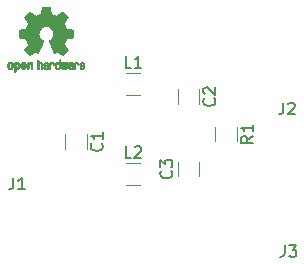
<source format=gto>
G04 #@! TF.GenerationSoftware,KiCad,Pcbnew,5.0.1*
G04 #@! TF.CreationDate,2018-12-27T15:20:24+01:00*
G04 #@! TF.ProjectId,DiscreteWilkinsonSplitter,446973637265746557696C6B696E736F,rev?*
G04 #@! TF.SameCoordinates,Original*
G04 #@! TF.FileFunction,Legend,Top*
G04 #@! TF.FilePolarity,Positive*
%FSLAX46Y46*%
G04 Gerber Fmt 4.6, Leading zero omitted, Abs format (unit mm)*
G04 Created by KiCad (PCBNEW 5.0.1) date Do 27 Dez 2018 15:20:24 CET*
%MOMM*%
%LPD*%
G01*
G04 APERTURE LIST*
%ADD10C,0.120000*%
%ADD11C,0.010000*%
%ADD12C,0.150000*%
G04 APERTURE END LIST*
D10*
G04 #@! TO.C,C1*
X128545000Y-87445436D02*
X128545000Y-88649564D01*
X126725000Y-87445436D02*
X126725000Y-88649564D01*
G04 #@! TO.C,C2*
X136250000Y-83635436D02*
X136250000Y-84839564D01*
X138070000Y-83635436D02*
X138070000Y-84839564D01*
G04 #@! TO.C,C3*
X136250000Y-90989564D02*
X136250000Y-89785436D01*
X138070000Y-90989564D02*
X138070000Y-89785436D01*
G04 #@! TO.C,L1*
X131895436Y-82275000D02*
X133099564Y-82275000D01*
X131895436Y-84095000D02*
X133099564Y-84095000D01*
G04 #@! TO.C,L2*
X131895436Y-91715000D02*
X133099564Y-91715000D01*
X131895436Y-89895000D02*
X133099564Y-89895000D01*
G04 #@! TO.C,R1*
X141245000Y-86810436D02*
X141245000Y-88014564D01*
X139425000Y-86810436D02*
X139425000Y-88014564D01*
D11*
G04 #@! TO.C,REF\002A\002A*
G36*
X125198910Y-76617348D02*
X125277454Y-76617778D01*
X125334298Y-76618942D01*
X125373105Y-76621207D01*
X125397538Y-76624940D01*
X125411262Y-76630506D01*
X125417940Y-76638273D01*
X125421236Y-76648605D01*
X125421556Y-76649943D01*
X125426562Y-76674079D01*
X125435829Y-76721701D01*
X125448392Y-76787741D01*
X125463287Y-76867128D01*
X125479551Y-76954796D01*
X125480119Y-76957875D01*
X125496410Y-77043789D01*
X125511652Y-77119696D01*
X125524861Y-77181045D01*
X125535054Y-77223282D01*
X125541248Y-77241855D01*
X125541543Y-77242184D01*
X125559788Y-77251253D01*
X125597405Y-77266367D01*
X125646271Y-77284262D01*
X125646543Y-77284358D01*
X125708093Y-77307493D01*
X125780657Y-77336965D01*
X125849057Y-77366597D01*
X125852294Y-77368062D01*
X125963702Y-77418626D01*
X126210399Y-77250160D01*
X126286077Y-77198803D01*
X126354631Y-77152889D01*
X126412088Y-77115030D01*
X126454476Y-77087837D01*
X126477825Y-77073921D01*
X126480042Y-77072889D01*
X126497010Y-77077484D01*
X126528701Y-77099655D01*
X126576352Y-77140447D01*
X126641198Y-77200905D01*
X126707397Y-77265227D01*
X126771214Y-77328612D01*
X126828329Y-77386451D01*
X126875305Y-77435175D01*
X126908703Y-77471210D01*
X126925085Y-77490984D01*
X126925694Y-77492002D01*
X126927505Y-77505572D01*
X126920683Y-77527733D01*
X126903540Y-77561478D01*
X126874393Y-77609800D01*
X126831555Y-77675692D01*
X126774448Y-77760517D01*
X126723766Y-77835177D01*
X126678461Y-77902140D01*
X126641150Y-77957516D01*
X126614452Y-77997420D01*
X126600985Y-78017962D01*
X126600137Y-78019356D01*
X126601781Y-78039038D01*
X126614245Y-78077293D01*
X126635048Y-78126889D01*
X126642462Y-78142728D01*
X126674814Y-78213290D01*
X126709328Y-78293353D01*
X126737365Y-78362629D01*
X126757568Y-78414045D01*
X126773615Y-78453119D01*
X126782888Y-78473541D01*
X126784041Y-78475114D01*
X126801096Y-78477721D01*
X126841298Y-78484863D01*
X126899302Y-78495523D01*
X126969763Y-78508685D01*
X127047335Y-78523333D01*
X127126672Y-78538449D01*
X127202431Y-78553018D01*
X127269264Y-78566022D01*
X127321828Y-78576445D01*
X127354776Y-78583270D01*
X127362857Y-78585199D01*
X127371205Y-78589962D01*
X127377506Y-78600718D01*
X127382045Y-78621098D01*
X127385104Y-78654734D01*
X127386967Y-78705255D01*
X127387918Y-78776292D01*
X127388240Y-78871476D01*
X127388257Y-78910492D01*
X127388257Y-79227799D01*
X127312057Y-79242839D01*
X127269663Y-79250995D01*
X127206400Y-79262899D01*
X127129962Y-79277116D01*
X127048043Y-79292210D01*
X127025400Y-79296355D01*
X126949806Y-79311053D01*
X126883953Y-79325505D01*
X126833366Y-79338375D01*
X126803574Y-79348322D01*
X126798612Y-79351287D01*
X126786426Y-79372283D01*
X126768953Y-79412967D01*
X126749577Y-79465322D01*
X126745734Y-79476600D01*
X126720339Y-79546523D01*
X126688817Y-79625418D01*
X126657969Y-79696266D01*
X126657817Y-79696595D01*
X126606447Y-79807733D01*
X126775399Y-80056253D01*
X126944352Y-80304772D01*
X126727429Y-80522058D01*
X126661819Y-80586726D01*
X126601979Y-80643733D01*
X126551267Y-80690033D01*
X126513046Y-80722584D01*
X126490675Y-80738343D01*
X126487466Y-80739343D01*
X126468626Y-80731469D01*
X126430180Y-80709578D01*
X126376330Y-80676267D01*
X126311276Y-80634131D01*
X126240940Y-80586943D01*
X126169555Y-80538810D01*
X126105908Y-80496928D01*
X126054041Y-80463871D01*
X126017995Y-80442218D01*
X126001867Y-80434543D01*
X125982189Y-80441037D01*
X125944875Y-80458150D01*
X125897621Y-80482326D01*
X125892612Y-80485013D01*
X125828977Y-80516927D01*
X125785341Y-80532579D01*
X125758202Y-80532745D01*
X125744057Y-80518204D01*
X125743975Y-80518000D01*
X125736905Y-80500779D01*
X125720042Y-80459899D01*
X125694695Y-80398525D01*
X125662171Y-80319819D01*
X125623778Y-80226947D01*
X125580822Y-80123072D01*
X125539222Y-80022502D01*
X125493504Y-79911516D01*
X125451526Y-79808703D01*
X125414548Y-79717215D01*
X125383827Y-79640201D01*
X125360622Y-79580815D01*
X125346190Y-79542209D01*
X125341743Y-79527800D01*
X125352896Y-79511272D01*
X125382069Y-79484930D01*
X125420971Y-79455887D01*
X125531757Y-79364039D01*
X125618351Y-79258759D01*
X125679716Y-79142266D01*
X125714815Y-79016776D01*
X125722608Y-78884507D01*
X125716943Y-78823457D01*
X125686078Y-78696795D01*
X125632920Y-78584941D01*
X125560767Y-78489001D01*
X125472917Y-78410076D01*
X125372665Y-78349270D01*
X125263310Y-78307687D01*
X125148147Y-78286428D01*
X125030475Y-78286599D01*
X124913590Y-78309301D01*
X124800789Y-78355638D01*
X124695369Y-78426713D01*
X124651368Y-78466911D01*
X124566979Y-78570129D01*
X124508222Y-78682925D01*
X124474704Y-78802010D01*
X124466035Y-78924095D01*
X124481823Y-79045893D01*
X124521678Y-79164116D01*
X124585207Y-79275475D01*
X124672021Y-79376684D01*
X124769029Y-79455887D01*
X124809437Y-79486162D01*
X124837982Y-79512219D01*
X124848257Y-79527825D01*
X124842877Y-79544843D01*
X124827575Y-79585500D01*
X124803612Y-79646642D01*
X124772244Y-79725119D01*
X124734732Y-79817780D01*
X124692333Y-79921472D01*
X124650663Y-80022526D01*
X124604690Y-80133607D01*
X124562107Y-80236541D01*
X124524221Y-80328165D01*
X124492340Y-80405316D01*
X124467771Y-80464831D01*
X124451820Y-80503544D01*
X124445910Y-80518000D01*
X124431948Y-80532685D01*
X124404940Y-80532642D01*
X124361413Y-80517099D01*
X124297890Y-80485284D01*
X124297388Y-80485013D01*
X124249560Y-80460323D01*
X124210897Y-80442338D01*
X124189095Y-80434614D01*
X124188133Y-80434543D01*
X124171721Y-80442378D01*
X124135487Y-80464165D01*
X124083474Y-80497328D01*
X124019725Y-80539291D01*
X123949060Y-80586943D01*
X123877116Y-80635191D01*
X123812274Y-80677151D01*
X123758735Y-80710227D01*
X123720697Y-80731821D01*
X123702533Y-80739343D01*
X123685808Y-80729457D01*
X123652180Y-80701826D01*
X123605010Y-80659495D01*
X123547658Y-80605505D01*
X123483484Y-80542899D01*
X123462497Y-80521983D01*
X123245499Y-80304623D01*
X123410668Y-80062220D01*
X123460864Y-79987781D01*
X123504919Y-79920972D01*
X123540362Y-79865665D01*
X123564719Y-79825729D01*
X123575522Y-79805036D01*
X123575838Y-79803563D01*
X123570143Y-79784058D01*
X123554826Y-79744822D01*
X123532537Y-79692430D01*
X123516893Y-79657355D01*
X123487641Y-79590201D01*
X123460094Y-79522358D01*
X123438737Y-79465034D01*
X123432935Y-79447572D01*
X123416452Y-79400938D01*
X123400340Y-79364905D01*
X123391490Y-79351287D01*
X123371960Y-79342952D01*
X123329334Y-79331137D01*
X123269145Y-79317181D01*
X123196922Y-79302422D01*
X123164600Y-79296355D01*
X123082522Y-79281273D01*
X123003795Y-79266669D01*
X122936109Y-79253980D01*
X122887160Y-79244642D01*
X122877943Y-79242839D01*
X122801743Y-79227799D01*
X122801743Y-78910492D01*
X122801914Y-78806154D01*
X122802616Y-78727213D01*
X122804134Y-78670038D01*
X122806749Y-78630999D01*
X122810746Y-78606465D01*
X122816409Y-78592805D01*
X122824020Y-78586389D01*
X122827143Y-78585199D01*
X122845978Y-78580980D01*
X122887588Y-78572562D01*
X122946630Y-78560961D01*
X123017757Y-78547195D01*
X123095625Y-78532280D01*
X123174887Y-78517232D01*
X123250198Y-78503069D01*
X123316213Y-78490806D01*
X123367587Y-78481461D01*
X123398975Y-78476050D01*
X123405959Y-78475114D01*
X123412285Y-78462596D01*
X123426290Y-78429246D01*
X123445355Y-78381377D01*
X123452634Y-78362629D01*
X123481996Y-78290195D01*
X123516571Y-78210170D01*
X123547537Y-78142728D01*
X123570323Y-78091159D01*
X123585482Y-78048785D01*
X123590542Y-78022834D01*
X123589736Y-78019356D01*
X123579041Y-78002936D01*
X123554620Y-77966417D01*
X123519095Y-77913687D01*
X123475087Y-77848635D01*
X123425217Y-77775151D01*
X123415356Y-77760645D01*
X123357492Y-77674704D01*
X123314956Y-77609261D01*
X123286054Y-77561304D01*
X123269090Y-77527820D01*
X123262367Y-77505795D01*
X123264190Y-77492217D01*
X123264236Y-77492131D01*
X123278586Y-77474297D01*
X123310323Y-77439817D01*
X123356010Y-77392268D01*
X123412204Y-77335222D01*
X123475468Y-77272255D01*
X123482602Y-77265227D01*
X123562330Y-77188020D01*
X123623857Y-77131330D01*
X123668421Y-77094110D01*
X123697257Y-77075315D01*
X123709958Y-77072889D01*
X123728494Y-77083471D01*
X123766961Y-77107916D01*
X123821386Y-77143612D01*
X123887798Y-77187947D01*
X123962225Y-77238311D01*
X123979601Y-77250160D01*
X124226297Y-77418626D01*
X124337706Y-77368062D01*
X124405457Y-77338595D01*
X124478183Y-77308959D01*
X124540703Y-77285330D01*
X124543457Y-77284358D01*
X124592360Y-77266457D01*
X124630057Y-77251320D01*
X124648425Y-77242210D01*
X124648456Y-77242184D01*
X124654285Y-77225717D01*
X124664192Y-77185219D01*
X124677195Y-77125242D01*
X124692309Y-77050340D01*
X124708552Y-76965064D01*
X124709881Y-76957875D01*
X124726175Y-76870014D01*
X124741133Y-76790260D01*
X124753791Y-76723681D01*
X124763186Y-76675347D01*
X124768354Y-76650325D01*
X124768444Y-76649943D01*
X124771589Y-76639299D01*
X124777704Y-76631262D01*
X124790453Y-76625467D01*
X124813500Y-76621547D01*
X124850509Y-76619135D01*
X124905144Y-76617865D01*
X124981067Y-76617371D01*
X125081944Y-76617286D01*
X125095000Y-76617286D01*
X125198910Y-76617348D01*
X125198910Y-76617348D01*
G37*
X125198910Y-76617348D02*
X125277454Y-76617778D01*
X125334298Y-76618942D01*
X125373105Y-76621207D01*
X125397538Y-76624940D01*
X125411262Y-76630506D01*
X125417940Y-76638273D01*
X125421236Y-76648605D01*
X125421556Y-76649943D01*
X125426562Y-76674079D01*
X125435829Y-76721701D01*
X125448392Y-76787741D01*
X125463287Y-76867128D01*
X125479551Y-76954796D01*
X125480119Y-76957875D01*
X125496410Y-77043789D01*
X125511652Y-77119696D01*
X125524861Y-77181045D01*
X125535054Y-77223282D01*
X125541248Y-77241855D01*
X125541543Y-77242184D01*
X125559788Y-77251253D01*
X125597405Y-77266367D01*
X125646271Y-77284262D01*
X125646543Y-77284358D01*
X125708093Y-77307493D01*
X125780657Y-77336965D01*
X125849057Y-77366597D01*
X125852294Y-77368062D01*
X125963702Y-77418626D01*
X126210399Y-77250160D01*
X126286077Y-77198803D01*
X126354631Y-77152889D01*
X126412088Y-77115030D01*
X126454476Y-77087837D01*
X126477825Y-77073921D01*
X126480042Y-77072889D01*
X126497010Y-77077484D01*
X126528701Y-77099655D01*
X126576352Y-77140447D01*
X126641198Y-77200905D01*
X126707397Y-77265227D01*
X126771214Y-77328612D01*
X126828329Y-77386451D01*
X126875305Y-77435175D01*
X126908703Y-77471210D01*
X126925085Y-77490984D01*
X126925694Y-77492002D01*
X126927505Y-77505572D01*
X126920683Y-77527733D01*
X126903540Y-77561478D01*
X126874393Y-77609800D01*
X126831555Y-77675692D01*
X126774448Y-77760517D01*
X126723766Y-77835177D01*
X126678461Y-77902140D01*
X126641150Y-77957516D01*
X126614452Y-77997420D01*
X126600985Y-78017962D01*
X126600137Y-78019356D01*
X126601781Y-78039038D01*
X126614245Y-78077293D01*
X126635048Y-78126889D01*
X126642462Y-78142728D01*
X126674814Y-78213290D01*
X126709328Y-78293353D01*
X126737365Y-78362629D01*
X126757568Y-78414045D01*
X126773615Y-78453119D01*
X126782888Y-78473541D01*
X126784041Y-78475114D01*
X126801096Y-78477721D01*
X126841298Y-78484863D01*
X126899302Y-78495523D01*
X126969763Y-78508685D01*
X127047335Y-78523333D01*
X127126672Y-78538449D01*
X127202431Y-78553018D01*
X127269264Y-78566022D01*
X127321828Y-78576445D01*
X127354776Y-78583270D01*
X127362857Y-78585199D01*
X127371205Y-78589962D01*
X127377506Y-78600718D01*
X127382045Y-78621098D01*
X127385104Y-78654734D01*
X127386967Y-78705255D01*
X127387918Y-78776292D01*
X127388240Y-78871476D01*
X127388257Y-78910492D01*
X127388257Y-79227799D01*
X127312057Y-79242839D01*
X127269663Y-79250995D01*
X127206400Y-79262899D01*
X127129962Y-79277116D01*
X127048043Y-79292210D01*
X127025400Y-79296355D01*
X126949806Y-79311053D01*
X126883953Y-79325505D01*
X126833366Y-79338375D01*
X126803574Y-79348322D01*
X126798612Y-79351287D01*
X126786426Y-79372283D01*
X126768953Y-79412967D01*
X126749577Y-79465322D01*
X126745734Y-79476600D01*
X126720339Y-79546523D01*
X126688817Y-79625418D01*
X126657969Y-79696266D01*
X126657817Y-79696595D01*
X126606447Y-79807733D01*
X126775399Y-80056253D01*
X126944352Y-80304772D01*
X126727429Y-80522058D01*
X126661819Y-80586726D01*
X126601979Y-80643733D01*
X126551267Y-80690033D01*
X126513046Y-80722584D01*
X126490675Y-80738343D01*
X126487466Y-80739343D01*
X126468626Y-80731469D01*
X126430180Y-80709578D01*
X126376330Y-80676267D01*
X126311276Y-80634131D01*
X126240940Y-80586943D01*
X126169555Y-80538810D01*
X126105908Y-80496928D01*
X126054041Y-80463871D01*
X126017995Y-80442218D01*
X126001867Y-80434543D01*
X125982189Y-80441037D01*
X125944875Y-80458150D01*
X125897621Y-80482326D01*
X125892612Y-80485013D01*
X125828977Y-80516927D01*
X125785341Y-80532579D01*
X125758202Y-80532745D01*
X125744057Y-80518204D01*
X125743975Y-80518000D01*
X125736905Y-80500779D01*
X125720042Y-80459899D01*
X125694695Y-80398525D01*
X125662171Y-80319819D01*
X125623778Y-80226947D01*
X125580822Y-80123072D01*
X125539222Y-80022502D01*
X125493504Y-79911516D01*
X125451526Y-79808703D01*
X125414548Y-79717215D01*
X125383827Y-79640201D01*
X125360622Y-79580815D01*
X125346190Y-79542209D01*
X125341743Y-79527800D01*
X125352896Y-79511272D01*
X125382069Y-79484930D01*
X125420971Y-79455887D01*
X125531757Y-79364039D01*
X125618351Y-79258759D01*
X125679716Y-79142266D01*
X125714815Y-79016776D01*
X125722608Y-78884507D01*
X125716943Y-78823457D01*
X125686078Y-78696795D01*
X125632920Y-78584941D01*
X125560767Y-78489001D01*
X125472917Y-78410076D01*
X125372665Y-78349270D01*
X125263310Y-78307687D01*
X125148147Y-78286428D01*
X125030475Y-78286599D01*
X124913590Y-78309301D01*
X124800789Y-78355638D01*
X124695369Y-78426713D01*
X124651368Y-78466911D01*
X124566979Y-78570129D01*
X124508222Y-78682925D01*
X124474704Y-78802010D01*
X124466035Y-78924095D01*
X124481823Y-79045893D01*
X124521678Y-79164116D01*
X124585207Y-79275475D01*
X124672021Y-79376684D01*
X124769029Y-79455887D01*
X124809437Y-79486162D01*
X124837982Y-79512219D01*
X124848257Y-79527825D01*
X124842877Y-79544843D01*
X124827575Y-79585500D01*
X124803612Y-79646642D01*
X124772244Y-79725119D01*
X124734732Y-79817780D01*
X124692333Y-79921472D01*
X124650663Y-80022526D01*
X124604690Y-80133607D01*
X124562107Y-80236541D01*
X124524221Y-80328165D01*
X124492340Y-80405316D01*
X124467771Y-80464831D01*
X124451820Y-80503544D01*
X124445910Y-80518000D01*
X124431948Y-80532685D01*
X124404940Y-80532642D01*
X124361413Y-80517099D01*
X124297890Y-80485284D01*
X124297388Y-80485013D01*
X124249560Y-80460323D01*
X124210897Y-80442338D01*
X124189095Y-80434614D01*
X124188133Y-80434543D01*
X124171721Y-80442378D01*
X124135487Y-80464165D01*
X124083474Y-80497328D01*
X124019725Y-80539291D01*
X123949060Y-80586943D01*
X123877116Y-80635191D01*
X123812274Y-80677151D01*
X123758735Y-80710227D01*
X123720697Y-80731821D01*
X123702533Y-80739343D01*
X123685808Y-80729457D01*
X123652180Y-80701826D01*
X123605010Y-80659495D01*
X123547658Y-80605505D01*
X123483484Y-80542899D01*
X123462497Y-80521983D01*
X123245499Y-80304623D01*
X123410668Y-80062220D01*
X123460864Y-79987781D01*
X123504919Y-79920972D01*
X123540362Y-79865665D01*
X123564719Y-79825729D01*
X123575522Y-79805036D01*
X123575838Y-79803563D01*
X123570143Y-79784058D01*
X123554826Y-79744822D01*
X123532537Y-79692430D01*
X123516893Y-79657355D01*
X123487641Y-79590201D01*
X123460094Y-79522358D01*
X123438737Y-79465034D01*
X123432935Y-79447572D01*
X123416452Y-79400938D01*
X123400340Y-79364905D01*
X123391490Y-79351287D01*
X123371960Y-79342952D01*
X123329334Y-79331137D01*
X123269145Y-79317181D01*
X123196922Y-79302422D01*
X123164600Y-79296355D01*
X123082522Y-79281273D01*
X123003795Y-79266669D01*
X122936109Y-79253980D01*
X122887160Y-79244642D01*
X122877943Y-79242839D01*
X122801743Y-79227799D01*
X122801743Y-78910492D01*
X122801914Y-78806154D01*
X122802616Y-78727213D01*
X122804134Y-78670038D01*
X122806749Y-78630999D01*
X122810746Y-78606465D01*
X122816409Y-78592805D01*
X122824020Y-78586389D01*
X122827143Y-78585199D01*
X122845978Y-78580980D01*
X122887588Y-78572562D01*
X122946630Y-78560961D01*
X123017757Y-78547195D01*
X123095625Y-78532280D01*
X123174887Y-78517232D01*
X123250198Y-78503069D01*
X123316213Y-78490806D01*
X123367587Y-78481461D01*
X123398975Y-78476050D01*
X123405959Y-78475114D01*
X123412285Y-78462596D01*
X123426290Y-78429246D01*
X123445355Y-78381377D01*
X123452634Y-78362629D01*
X123481996Y-78290195D01*
X123516571Y-78210170D01*
X123547537Y-78142728D01*
X123570323Y-78091159D01*
X123585482Y-78048785D01*
X123590542Y-78022834D01*
X123589736Y-78019356D01*
X123579041Y-78002936D01*
X123554620Y-77966417D01*
X123519095Y-77913687D01*
X123475087Y-77848635D01*
X123425217Y-77775151D01*
X123415356Y-77760645D01*
X123357492Y-77674704D01*
X123314956Y-77609261D01*
X123286054Y-77561304D01*
X123269090Y-77527820D01*
X123262367Y-77505795D01*
X123264190Y-77492217D01*
X123264236Y-77492131D01*
X123278586Y-77474297D01*
X123310323Y-77439817D01*
X123356010Y-77392268D01*
X123412204Y-77335222D01*
X123475468Y-77272255D01*
X123482602Y-77265227D01*
X123562330Y-77188020D01*
X123623857Y-77131330D01*
X123668421Y-77094110D01*
X123697257Y-77075315D01*
X123709958Y-77072889D01*
X123728494Y-77083471D01*
X123766961Y-77107916D01*
X123821386Y-77143612D01*
X123887798Y-77187947D01*
X123962225Y-77238311D01*
X123979601Y-77250160D01*
X124226297Y-77418626D01*
X124337706Y-77368062D01*
X124405457Y-77338595D01*
X124478183Y-77308959D01*
X124540703Y-77285330D01*
X124543457Y-77284358D01*
X124592360Y-77266457D01*
X124630057Y-77251320D01*
X124648425Y-77242210D01*
X124648456Y-77242184D01*
X124654285Y-77225717D01*
X124664192Y-77185219D01*
X124677195Y-77125242D01*
X124692309Y-77050340D01*
X124708552Y-76965064D01*
X124709881Y-76957875D01*
X124726175Y-76870014D01*
X124741133Y-76790260D01*
X124753791Y-76723681D01*
X124763186Y-76675347D01*
X124768354Y-76650325D01*
X124768444Y-76649943D01*
X124771589Y-76639299D01*
X124777704Y-76631262D01*
X124790453Y-76625467D01*
X124813500Y-76621547D01*
X124850509Y-76619135D01*
X124905144Y-76617865D01*
X124981067Y-76617371D01*
X125081944Y-76617286D01*
X125095000Y-76617286D01*
X125198910Y-76617348D01*
G36*
X128248595Y-81341966D02*
X128306021Y-81379497D01*
X128333719Y-81413096D01*
X128355662Y-81474064D01*
X128357405Y-81522308D01*
X128353457Y-81586816D01*
X128204686Y-81651934D01*
X128132349Y-81685202D01*
X128085084Y-81711964D01*
X128060507Y-81735144D01*
X128056237Y-81757667D01*
X128069889Y-81782455D01*
X128084943Y-81798886D01*
X128128746Y-81825235D01*
X128176389Y-81827081D01*
X128220145Y-81806546D01*
X128252289Y-81765752D01*
X128258038Y-81751347D01*
X128285576Y-81706356D01*
X128317258Y-81687182D01*
X128360714Y-81670779D01*
X128360714Y-81732966D01*
X128356872Y-81775283D01*
X128341823Y-81810969D01*
X128310280Y-81851943D01*
X128305592Y-81857267D01*
X128270506Y-81893720D01*
X128240347Y-81913283D01*
X128202615Y-81922283D01*
X128171335Y-81925230D01*
X128115385Y-81925965D01*
X128075555Y-81916660D01*
X128050708Y-81902846D01*
X128011656Y-81872467D01*
X127984625Y-81839613D01*
X127967517Y-81798294D01*
X127958238Y-81742521D01*
X127954693Y-81666305D01*
X127954410Y-81627622D01*
X127955372Y-81581247D01*
X128043007Y-81581247D01*
X128044023Y-81606126D01*
X128046556Y-81610200D01*
X128063274Y-81604665D01*
X128099249Y-81590017D01*
X128147331Y-81569190D01*
X128157386Y-81564714D01*
X128218152Y-81533814D01*
X128251632Y-81506657D01*
X128258990Y-81481220D01*
X128241391Y-81455481D01*
X128226856Y-81444109D01*
X128174410Y-81421364D01*
X128125322Y-81425122D01*
X128084227Y-81452884D01*
X128055758Y-81502152D01*
X128046631Y-81541257D01*
X128043007Y-81581247D01*
X127955372Y-81581247D01*
X127956285Y-81537249D01*
X127963196Y-81470384D01*
X127976884Y-81421695D01*
X127999096Y-81385849D01*
X128031574Y-81357513D01*
X128045733Y-81348355D01*
X128110053Y-81324507D01*
X128180473Y-81323006D01*
X128248595Y-81341966D01*
X128248595Y-81341966D01*
G37*
X128248595Y-81341966D02*
X128306021Y-81379497D01*
X128333719Y-81413096D01*
X128355662Y-81474064D01*
X128357405Y-81522308D01*
X128353457Y-81586816D01*
X128204686Y-81651934D01*
X128132349Y-81685202D01*
X128085084Y-81711964D01*
X128060507Y-81735144D01*
X128056237Y-81757667D01*
X128069889Y-81782455D01*
X128084943Y-81798886D01*
X128128746Y-81825235D01*
X128176389Y-81827081D01*
X128220145Y-81806546D01*
X128252289Y-81765752D01*
X128258038Y-81751347D01*
X128285576Y-81706356D01*
X128317258Y-81687182D01*
X128360714Y-81670779D01*
X128360714Y-81732966D01*
X128356872Y-81775283D01*
X128341823Y-81810969D01*
X128310280Y-81851943D01*
X128305592Y-81857267D01*
X128270506Y-81893720D01*
X128240347Y-81913283D01*
X128202615Y-81922283D01*
X128171335Y-81925230D01*
X128115385Y-81925965D01*
X128075555Y-81916660D01*
X128050708Y-81902846D01*
X128011656Y-81872467D01*
X127984625Y-81839613D01*
X127967517Y-81798294D01*
X127958238Y-81742521D01*
X127954693Y-81666305D01*
X127954410Y-81627622D01*
X127955372Y-81581247D01*
X128043007Y-81581247D01*
X128044023Y-81606126D01*
X128046556Y-81610200D01*
X128063274Y-81604665D01*
X128099249Y-81590017D01*
X128147331Y-81569190D01*
X128157386Y-81564714D01*
X128218152Y-81533814D01*
X128251632Y-81506657D01*
X128258990Y-81481220D01*
X128241391Y-81455481D01*
X128226856Y-81444109D01*
X128174410Y-81421364D01*
X128125322Y-81425122D01*
X128084227Y-81452884D01*
X128055758Y-81502152D01*
X128046631Y-81541257D01*
X128043007Y-81581247D01*
X127955372Y-81581247D01*
X127956285Y-81537249D01*
X127963196Y-81470384D01*
X127976884Y-81421695D01*
X127999096Y-81385849D01*
X128031574Y-81357513D01*
X128045733Y-81348355D01*
X128110053Y-81324507D01*
X128180473Y-81323006D01*
X128248595Y-81341966D01*
G36*
X127747600Y-81333752D02*
X127764948Y-81341334D01*
X127806356Y-81374128D01*
X127841765Y-81421547D01*
X127863664Y-81472151D01*
X127867229Y-81497098D01*
X127855279Y-81531927D01*
X127829067Y-81550357D01*
X127800964Y-81561516D01*
X127788095Y-81563572D01*
X127781829Y-81548649D01*
X127769456Y-81516175D01*
X127764028Y-81501502D01*
X127733590Y-81450744D01*
X127689520Y-81425427D01*
X127633010Y-81426206D01*
X127628825Y-81427203D01*
X127598655Y-81441507D01*
X127576476Y-81469393D01*
X127561327Y-81514287D01*
X127552250Y-81579615D01*
X127548286Y-81668804D01*
X127547914Y-81716261D01*
X127547730Y-81791071D01*
X127546522Y-81842069D01*
X127543309Y-81874471D01*
X127537109Y-81893495D01*
X127526940Y-81904356D01*
X127511819Y-81912272D01*
X127510946Y-81912670D01*
X127481828Y-81924981D01*
X127467403Y-81929514D01*
X127465186Y-81915809D01*
X127463289Y-81877925D01*
X127461847Y-81820715D01*
X127460998Y-81749027D01*
X127460829Y-81696565D01*
X127461692Y-81595047D01*
X127465070Y-81518032D01*
X127472142Y-81461023D01*
X127484088Y-81419526D01*
X127502090Y-81389043D01*
X127527327Y-81365080D01*
X127552247Y-81348355D01*
X127612171Y-81326097D01*
X127681911Y-81321076D01*
X127747600Y-81333752D01*
X127747600Y-81333752D01*
G37*
X127747600Y-81333752D02*
X127764948Y-81341334D01*
X127806356Y-81374128D01*
X127841765Y-81421547D01*
X127863664Y-81472151D01*
X127867229Y-81497098D01*
X127855279Y-81531927D01*
X127829067Y-81550357D01*
X127800964Y-81561516D01*
X127788095Y-81563572D01*
X127781829Y-81548649D01*
X127769456Y-81516175D01*
X127764028Y-81501502D01*
X127733590Y-81450744D01*
X127689520Y-81425427D01*
X127633010Y-81426206D01*
X127628825Y-81427203D01*
X127598655Y-81441507D01*
X127576476Y-81469393D01*
X127561327Y-81514287D01*
X127552250Y-81579615D01*
X127548286Y-81668804D01*
X127547914Y-81716261D01*
X127547730Y-81791071D01*
X127546522Y-81842069D01*
X127543309Y-81874471D01*
X127537109Y-81893495D01*
X127526940Y-81904356D01*
X127511819Y-81912272D01*
X127510946Y-81912670D01*
X127481828Y-81924981D01*
X127467403Y-81929514D01*
X127465186Y-81915809D01*
X127463289Y-81877925D01*
X127461847Y-81820715D01*
X127460998Y-81749027D01*
X127460829Y-81696565D01*
X127461692Y-81595047D01*
X127465070Y-81518032D01*
X127472142Y-81461023D01*
X127484088Y-81419526D01*
X127502090Y-81389043D01*
X127527327Y-81365080D01*
X127552247Y-81348355D01*
X127612171Y-81326097D01*
X127681911Y-81321076D01*
X127747600Y-81333752D01*
G36*
X127239876Y-81331335D02*
X127281667Y-81350344D01*
X127314469Y-81373378D01*
X127338503Y-81399133D01*
X127355097Y-81432358D01*
X127365577Y-81477800D01*
X127371271Y-81540207D01*
X127373507Y-81624327D01*
X127373743Y-81679721D01*
X127373743Y-81895826D01*
X127336774Y-81912670D01*
X127307656Y-81924981D01*
X127293231Y-81929514D01*
X127290472Y-81916025D01*
X127288282Y-81879653D01*
X127286942Y-81826542D01*
X127286657Y-81784372D01*
X127285434Y-81723447D01*
X127282136Y-81675115D01*
X127277321Y-81645518D01*
X127273496Y-81639229D01*
X127247783Y-81645652D01*
X127207418Y-81662125D01*
X127160679Y-81684458D01*
X127115845Y-81708457D01*
X127081193Y-81729930D01*
X127065002Y-81744685D01*
X127064938Y-81744845D01*
X127066330Y-81772152D01*
X127078818Y-81798219D01*
X127100743Y-81819392D01*
X127132743Y-81826474D01*
X127160092Y-81825649D01*
X127198826Y-81825042D01*
X127219158Y-81834116D01*
X127231369Y-81858092D01*
X127232909Y-81862613D01*
X127238203Y-81896806D01*
X127224047Y-81917568D01*
X127187148Y-81927462D01*
X127147289Y-81929292D01*
X127075562Y-81915727D01*
X127038432Y-81896355D01*
X126992576Y-81850845D01*
X126968256Y-81794983D01*
X126966073Y-81735957D01*
X126986629Y-81680953D01*
X127017549Y-81646486D01*
X127048420Y-81627189D01*
X127096942Y-81602759D01*
X127153485Y-81577985D01*
X127162910Y-81574199D01*
X127225019Y-81546791D01*
X127260822Y-81522634D01*
X127272337Y-81498619D01*
X127261580Y-81471635D01*
X127243114Y-81450543D01*
X127199469Y-81424572D01*
X127151446Y-81422624D01*
X127107406Y-81442637D01*
X127075709Y-81482551D01*
X127071549Y-81492848D01*
X127047327Y-81530724D01*
X127011965Y-81558842D01*
X126967343Y-81581917D01*
X126967343Y-81516485D01*
X126969969Y-81476506D01*
X126981230Y-81444997D01*
X127006199Y-81411378D01*
X127030169Y-81385484D01*
X127067441Y-81348817D01*
X127096401Y-81329121D01*
X127127505Y-81321220D01*
X127162713Y-81319914D01*
X127239876Y-81331335D01*
X127239876Y-81331335D01*
G37*
X127239876Y-81331335D02*
X127281667Y-81350344D01*
X127314469Y-81373378D01*
X127338503Y-81399133D01*
X127355097Y-81432358D01*
X127365577Y-81477800D01*
X127371271Y-81540207D01*
X127373507Y-81624327D01*
X127373743Y-81679721D01*
X127373743Y-81895826D01*
X127336774Y-81912670D01*
X127307656Y-81924981D01*
X127293231Y-81929514D01*
X127290472Y-81916025D01*
X127288282Y-81879653D01*
X127286942Y-81826542D01*
X127286657Y-81784372D01*
X127285434Y-81723447D01*
X127282136Y-81675115D01*
X127277321Y-81645518D01*
X127273496Y-81639229D01*
X127247783Y-81645652D01*
X127207418Y-81662125D01*
X127160679Y-81684458D01*
X127115845Y-81708457D01*
X127081193Y-81729930D01*
X127065002Y-81744685D01*
X127064938Y-81744845D01*
X127066330Y-81772152D01*
X127078818Y-81798219D01*
X127100743Y-81819392D01*
X127132743Y-81826474D01*
X127160092Y-81825649D01*
X127198826Y-81825042D01*
X127219158Y-81834116D01*
X127231369Y-81858092D01*
X127232909Y-81862613D01*
X127238203Y-81896806D01*
X127224047Y-81917568D01*
X127187148Y-81927462D01*
X127147289Y-81929292D01*
X127075562Y-81915727D01*
X127038432Y-81896355D01*
X126992576Y-81850845D01*
X126968256Y-81794983D01*
X126966073Y-81735957D01*
X126986629Y-81680953D01*
X127017549Y-81646486D01*
X127048420Y-81627189D01*
X127096942Y-81602759D01*
X127153485Y-81577985D01*
X127162910Y-81574199D01*
X127225019Y-81546791D01*
X127260822Y-81522634D01*
X127272337Y-81498619D01*
X127261580Y-81471635D01*
X127243114Y-81450543D01*
X127199469Y-81424572D01*
X127151446Y-81422624D01*
X127107406Y-81442637D01*
X127075709Y-81482551D01*
X127071549Y-81492848D01*
X127047327Y-81530724D01*
X127011965Y-81558842D01*
X126967343Y-81581917D01*
X126967343Y-81516485D01*
X126969969Y-81476506D01*
X126981230Y-81444997D01*
X127006199Y-81411378D01*
X127030169Y-81385484D01*
X127067441Y-81348817D01*
X127096401Y-81329121D01*
X127127505Y-81321220D01*
X127162713Y-81319914D01*
X127239876Y-81331335D01*
G36*
X126874833Y-81333663D02*
X126877048Y-81371850D01*
X126878784Y-81429886D01*
X126879899Y-81503180D01*
X126880257Y-81580055D01*
X126880257Y-81840196D01*
X126834326Y-81886127D01*
X126802675Y-81914429D01*
X126774890Y-81925893D01*
X126736915Y-81925168D01*
X126721840Y-81923321D01*
X126674726Y-81917948D01*
X126635756Y-81914869D01*
X126626257Y-81914585D01*
X126594233Y-81916445D01*
X126548432Y-81921114D01*
X126530674Y-81923321D01*
X126487057Y-81926735D01*
X126457745Y-81919320D01*
X126428680Y-81896427D01*
X126418188Y-81886127D01*
X126372257Y-81840196D01*
X126372257Y-81353602D01*
X126409226Y-81336758D01*
X126441059Y-81324282D01*
X126459683Y-81319914D01*
X126464458Y-81333718D01*
X126468921Y-81372286D01*
X126472775Y-81431356D01*
X126475722Y-81506663D01*
X126477143Y-81570286D01*
X126481114Y-81820657D01*
X126515759Y-81825556D01*
X126547268Y-81822131D01*
X126562708Y-81811041D01*
X126567023Y-81790308D01*
X126570708Y-81746145D01*
X126573469Y-81684146D01*
X126575012Y-81609909D01*
X126575235Y-81571706D01*
X126575457Y-81351783D01*
X126621166Y-81335849D01*
X126653518Y-81325015D01*
X126671115Y-81319962D01*
X126671623Y-81319914D01*
X126673388Y-81333648D01*
X126675329Y-81371730D01*
X126677282Y-81429482D01*
X126679084Y-81502227D01*
X126680343Y-81570286D01*
X126684314Y-81820657D01*
X126771400Y-81820657D01*
X126775396Y-81592240D01*
X126779392Y-81363822D01*
X126821847Y-81341868D01*
X126853192Y-81326793D01*
X126871744Y-81319951D01*
X126872279Y-81319914D01*
X126874833Y-81333663D01*
X126874833Y-81333663D01*
G37*
X126874833Y-81333663D02*
X126877048Y-81371850D01*
X126878784Y-81429886D01*
X126879899Y-81503180D01*
X126880257Y-81580055D01*
X126880257Y-81840196D01*
X126834326Y-81886127D01*
X126802675Y-81914429D01*
X126774890Y-81925893D01*
X126736915Y-81925168D01*
X126721840Y-81923321D01*
X126674726Y-81917948D01*
X126635756Y-81914869D01*
X126626257Y-81914585D01*
X126594233Y-81916445D01*
X126548432Y-81921114D01*
X126530674Y-81923321D01*
X126487057Y-81926735D01*
X126457745Y-81919320D01*
X126428680Y-81896427D01*
X126418188Y-81886127D01*
X126372257Y-81840196D01*
X126372257Y-81353602D01*
X126409226Y-81336758D01*
X126441059Y-81324282D01*
X126459683Y-81319914D01*
X126464458Y-81333718D01*
X126468921Y-81372286D01*
X126472775Y-81431356D01*
X126475722Y-81506663D01*
X126477143Y-81570286D01*
X126481114Y-81820657D01*
X126515759Y-81825556D01*
X126547268Y-81822131D01*
X126562708Y-81811041D01*
X126567023Y-81790308D01*
X126570708Y-81746145D01*
X126573469Y-81684146D01*
X126575012Y-81609909D01*
X126575235Y-81571706D01*
X126575457Y-81351783D01*
X126621166Y-81335849D01*
X126653518Y-81325015D01*
X126671115Y-81319962D01*
X126671623Y-81319914D01*
X126673388Y-81333648D01*
X126675329Y-81371730D01*
X126677282Y-81429482D01*
X126679084Y-81502227D01*
X126680343Y-81570286D01*
X126684314Y-81820657D01*
X126771400Y-81820657D01*
X126775396Y-81592240D01*
X126779392Y-81363822D01*
X126821847Y-81341868D01*
X126853192Y-81326793D01*
X126871744Y-81319951D01*
X126872279Y-81319914D01*
X126874833Y-81333663D01*
G36*
X126285117Y-81440358D02*
X126284933Y-81548837D01*
X126284219Y-81632287D01*
X126282675Y-81694704D01*
X126280001Y-81740085D01*
X126275894Y-81772429D01*
X126270055Y-81795733D01*
X126262182Y-81813995D01*
X126256221Y-81824418D01*
X126206855Y-81880945D01*
X126144264Y-81916377D01*
X126075013Y-81929090D01*
X126005668Y-81917463D01*
X125964375Y-81896568D01*
X125921025Y-81860422D01*
X125891481Y-81816276D01*
X125873655Y-81758462D01*
X125865463Y-81681313D01*
X125864302Y-81624714D01*
X125864458Y-81620647D01*
X125965857Y-81620647D01*
X125966476Y-81685550D01*
X125969314Y-81728514D01*
X125975840Y-81756622D01*
X125987523Y-81776953D01*
X126001483Y-81792288D01*
X126048365Y-81821890D01*
X126098701Y-81824419D01*
X126146276Y-81799705D01*
X126149979Y-81796356D01*
X126165783Y-81778935D01*
X126175693Y-81758209D01*
X126181058Y-81727362D01*
X126183228Y-81679577D01*
X126183571Y-81626748D01*
X126182827Y-81560381D01*
X126179748Y-81516106D01*
X126173061Y-81487009D01*
X126161496Y-81466173D01*
X126152013Y-81455107D01*
X126107960Y-81427198D01*
X126057224Y-81423843D01*
X126008796Y-81445159D01*
X125999450Y-81453073D01*
X125983540Y-81470647D01*
X125973610Y-81491587D01*
X125968278Y-81522782D01*
X125966163Y-81571122D01*
X125965857Y-81620647D01*
X125864458Y-81620647D01*
X125867810Y-81533568D01*
X125879726Y-81465086D01*
X125902135Y-81413600D01*
X125937124Y-81373443D01*
X125964375Y-81352861D01*
X126013907Y-81330625D01*
X126071316Y-81320304D01*
X126124682Y-81323067D01*
X126154543Y-81334212D01*
X126166261Y-81337383D01*
X126174037Y-81325557D01*
X126179465Y-81293866D01*
X126183571Y-81245593D01*
X126188067Y-81191829D01*
X126194313Y-81159482D01*
X126205676Y-81140985D01*
X126225528Y-81128770D01*
X126238000Y-81123362D01*
X126285171Y-81103601D01*
X126285117Y-81440358D01*
X126285117Y-81440358D01*
G37*
X126285117Y-81440358D02*
X126284933Y-81548837D01*
X126284219Y-81632287D01*
X126282675Y-81694704D01*
X126280001Y-81740085D01*
X126275894Y-81772429D01*
X126270055Y-81795733D01*
X126262182Y-81813995D01*
X126256221Y-81824418D01*
X126206855Y-81880945D01*
X126144264Y-81916377D01*
X126075013Y-81929090D01*
X126005668Y-81917463D01*
X125964375Y-81896568D01*
X125921025Y-81860422D01*
X125891481Y-81816276D01*
X125873655Y-81758462D01*
X125865463Y-81681313D01*
X125864302Y-81624714D01*
X125864458Y-81620647D01*
X125965857Y-81620647D01*
X125966476Y-81685550D01*
X125969314Y-81728514D01*
X125975840Y-81756622D01*
X125987523Y-81776953D01*
X126001483Y-81792288D01*
X126048365Y-81821890D01*
X126098701Y-81824419D01*
X126146276Y-81799705D01*
X126149979Y-81796356D01*
X126165783Y-81778935D01*
X126175693Y-81758209D01*
X126181058Y-81727362D01*
X126183228Y-81679577D01*
X126183571Y-81626748D01*
X126182827Y-81560381D01*
X126179748Y-81516106D01*
X126173061Y-81487009D01*
X126161496Y-81466173D01*
X126152013Y-81455107D01*
X126107960Y-81427198D01*
X126057224Y-81423843D01*
X126008796Y-81445159D01*
X125999450Y-81453073D01*
X125983540Y-81470647D01*
X125973610Y-81491587D01*
X125968278Y-81522782D01*
X125966163Y-81571122D01*
X125965857Y-81620647D01*
X125864458Y-81620647D01*
X125867810Y-81533568D01*
X125879726Y-81465086D01*
X125902135Y-81413600D01*
X125937124Y-81373443D01*
X125964375Y-81352861D01*
X126013907Y-81330625D01*
X126071316Y-81320304D01*
X126124682Y-81323067D01*
X126154543Y-81334212D01*
X126166261Y-81337383D01*
X126174037Y-81325557D01*
X126179465Y-81293866D01*
X126183571Y-81245593D01*
X126188067Y-81191829D01*
X126194313Y-81159482D01*
X126205676Y-81140985D01*
X126225528Y-81128770D01*
X126238000Y-81123362D01*
X126285171Y-81103601D01*
X126285117Y-81440358D01*
G36*
X125624926Y-81324755D02*
X125690858Y-81349084D01*
X125744273Y-81392117D01*
X125765164Y-81422409D01*
X125787939Y-81477994D01*
X125787466Y-81518186D01*
X125763562Y-81545217D01*
X125754717Y-81549813D01*
X125716530Y-81564144D01*
X125697028Y-81560472D01*
X125690422Y-81536407D01*
X125690086Y-81523114D01*
X125677992Y-81474210D01*
X125646471Y-81439999D01*
X125602659Y-81423476D01*
X125553695Y-81427634D01*
X125513894Y-81449227D01*
X125500450Y-81461544D01*
X125490921Y-81476487D01*
X125484485Y-81499075D01*
X125480317Y-81534328D01*
X125477597Y-81587266D01*
X125475502Y-81662907D01*
X125474960Y-81686857D01*
X125472981Y-81768790D01*
X125470731Y-81826455D01*
X125467357Y-81864608D01*
X125462006Y-81888004D01*
X125453824Y-81901398D01*
X125441959Y-81909545D01*
X125434362Y-81913144D01*
X125402102Y-81925452D01*
X125383111Y-81929514D01*
X125376836Y-81915948D01*
X125373006Y-81874934D01*
X125371600Y-81805999D01*
X125372598Y-81708669D01*
X125372908Y-81693657D01*
X125375101Y-81604859D01*
X125377693Y-81540019D01*
X125381382Y-81494067D01*
X125386864Y-81461935D01*
X125394835Y-81438553D01*
X125405993Y-81418852D01*
X125411830Y-81410410D01*
X125445296Y-81373057D01*
X125482727Y-81344003D01*
X125487309Y-81341467D01*
X125554426Y-81321443D01*
X125624926Y-81324755D01*
X125624926Y-81324755D01*
G37*
X125624926Y-81324755D02*
X125690858Y-81349084D01*
X125744273Y-81392117D01*
X125765164Y-81422409D01*
X125787939Y-81477994D01*
X125787466Y-81518186D01*
X125763562Y-81545217D01*
X125754717Y-81549813D01*
X125716530Y-81564144D01*
X125697028Y-81560472D01*
X125690422Y-81536407D01*
X125690086Y-81523114D01*
X125677992Y-81474210D01*
X125646471Y-81439999D01*
X125602659Y-81423476D01*
X125553695Y-81427634D01*
X125513894Y-81449227D01*
X125500450Y-81461544D01*
X125490921Y-81476487D01*
X125484485Y-81499075D01*
X125480317Y-81534328D01*
X125477597Y-81587266D01*
X125475502Y-81662907D01*
X125474960Y-81686857D01*
X125472981Y-81768790D01*
X125470731Y-81826455D01*
X125467357Y-81864608D01*
X125462006Y-81888004D01*
X125453824Y-81901398D01*
X125441959Y-81909545D01*
X125434362Y-81913144D01*
X125402102Y-81925452D01*
X125383111Y-81929514D01*
X125376836Y-81915948D01*
X125373006Y-81874934D01*
X125371600Y-81805999D01*
X125372598Y-81708669D01*
X125372908Y-81693657D01*
X125375101Y-81604859D01*
X125377693Y-81540019D01*
X125381382Y-81494067D01*
X125386864Y-81461935D01*
X125394835Y-81438553D01*
X125405993Y-81418852D01*
X125411830Y-81410410D01*
X125445296Y-81373057D01*
X125482727Y-81344003D01*
X125487309Y-81341467D01*
X125554426Y-81321443D01*
X125624926Y-81324755D01*
G36*
X125134744Y-81325968D02*
X125191616Y-81347087D01*
X125192267Y-81347493D01*
X125227440Y-81373380D01*
X125253407Y-81403633D01*
X125271670Y-81443058D01*
X125283732Y-81496462D01*
X125291096Y-81568651D01*
X125295264Y-81664432D01*
X125295629Y-81678078D01*
X125300876Y-81883842D01*
X125256716Y-81906678D01*
X125224763Y-81922110D01*
X125205470Y-81929423D01*
X125204578Y-81929514D01*
X125201239Y-81916022D01*
X125198587Y-81879626D01*
X125196956Y-81826452D01*
X125196600Y-81783393D01*
X125196592Y-81713641D01*
X125193403Y-81669837D01*
X125182288Y-81648944D01*
X125158501Y-81647925D01*
X125117296Y-81663741D01*
X125055086Y-81692815D01*
X125009341Y-81716963D01*
X124985813Y-81737913D01*
X124978896Y-81760747D01*
X124978886Y-81761877D01*
X124990299Y-81801212D01*
X125024092Y-81822462D01*
X125075809Y-81825539D01*
X125113061Y-81825006D01*
X125132703Y-81835735D01*
X125144952Y-81861505D01*
X125152002Y-81894337D01*
X125141842Y-81912966D01*
X125138017Y-81915632D01*
X125102001Y-81926340D01*
X125051566Y-81927856D01*
X124999626Y-81920759D01*
X124962822Y-81907788D01*
X124911938Y-81864585D01*
X124883014Y-81804446D01*
X124877286Y-81757462D01*
X124881657Y-81715082D01*
X124897475Y-81680488D01*
X124928797Y-81649763D01*
X124979678Y-81618990D01*
X125054176Y-81584252D01*
X125058714Y-81582288D01*
X125125821Y-81551287D01*
X125167232Y-81525862D01*
X125184981Y-81503014D01*
X125181107Y-81479745D01*
X125157643Y-81453056D01*
X125150627Y-81446914D01*
X125103630Y-81423100D01*
X125054933Y-81424103D01*
X125012522Y-81447451D01*
X124984384Y-81490675D01*
X124981769Y-81499160D01*
X124956308Y-81540308D01*
X124924001Y-81560128D01*
X124877286Y-81579770D01*
X124877286Y-81528950D01*
X124891496Y-81455082D01*
X124933675Y-81387327D01*
X124955624Y-81364661D01*
X125005517Y-81335569D01*
X125068967Y-81322400D01*
X125134744Y-81325968D01*
X125134744Y-81325968D01*
G37*
X125134744Y-81325968D02*
X125191616Y-81347087D01*
X125192267Y-81347493D01*
X125227440Y-81373380D01*
X125253407Y-81403633D01*
X125271670Y-81443058D01*
X125283732Y-81496462D01*
X125291096Y-81568651D01*
X125295264Y-81664432D01*
X125295629Y-81678078D01*
X125300876Y-81883842D01*
X125256716Y-81906678D01*
X125224763Y-81922110D01*
X125205470Y-81929423D01*
X125204578Y-81929514D01*
X125201239Y-81916022D01*
X125198587Y-81879626D01*
X125196956Y-81826452D01*
X125196600Y-81783393D01*
X125196592Y-81713641D01*
X125193403Y-81669837D01*
X125182288Y-81648944D01*
X125158501Y-81647925D01*
X125117296Y-81663741D01*
X125055086Y-81692815D01*
X125009341Y-81716963D01*
X124985813Y-81737913D01*
X124978896Y-81760747D01*
X124978886Y-81761877D01*
X124990299Y-81801212D01*
X125024092Y-81822462D01*
X125075809Y-81825539D01*
X125113061Y-81825006D01*
X125132703Y-81835735D01*
X125144952Y-81861505D01*
X125152002Y-81894337D01*
X125141842Y-81912966D01*
X125138017Y-81915632D01*
X125102001Y-81926340D01*
X125051566Y-81927856D01*
X124999626Y-81920759D01*
X124962822Y-81907788D01*
X124911938Y-81864585D01*
X124883014Y-81804446D01*
X124877286Y-81757462D01*
X124881657Y-81715082D01*
X124897475Y-81680488D01*
X124928797Y-81649763D01*
X124979678Y-81618990D01*
X125054176Y-81584252D01*
X125058714Y-81582288D01*
X125125821Y-81551287D01*
X125167232Y-81525862D01*
X125184981Y-81503014D01*
X125181107Y-81479745D01*
X125157643Y-81453056D01*
X125150627Y-81446914D01*
X125103630Y-81423100D01*
X125054933Y-81424103D01*
X125012522Y-81447451D01*
X124984384Y-81490675D01*
X124981769Y-81499160D01*
X124956308Y-81540308D01*
X124924001Y-81560128D01*
X124877286Y-81579770D01*
X124877286Y-81528950D01*
X124891496Y-81455082D01*
X124933675Y-81387327D01*
X124955624Y-81364661D01*
X125005517Y-81335569D01*
X125068967Y-81322400D01*
X125134744Y-81325968D01*
G36*
X124470886Y-81226289D02*
X124475139Y-81285613D01*
X124480025Y-81320572D01*
X124486795Y-81335820D01*
X124496702Y-81336015D01*
X124499914Y-81334195D01*
X124542644Y-81321015D01*
X124598227Y-81321785D01*
X124654737Y-81335333D01*
X124690082Y-81352861D01*
X124726321Y-81380861D01*
X124752813Y-81412549D01*
X124770999Y-81452813D01*
X124782322Y-81506543D01*
X124788222Y-81578626D01*
X124790143Y-81673951D01*
X124790177Y-81692237D01*
X124790200Y-81897646D01*
X124744491Y-81913580D01*
X124712027Y-81924420D01*
X124694215Y-81929468D01*
X124693691Y-81929514D01*
X124691937Y-81915828D01*
X124690444Y-81878076D01*
X124689326Y-81821224D01*
X124688697Y-81750234D01*
X124688600Y-81707073D01*
X124688398Y-81621973D01*
X124687358Y-81560981D01*
X124684831Y-81519177D01*
X124680164Y-81491642D01*
X124672707Y-81473456D01*
X124661811Y-81459698D01*
X124655007Y-81453073D01*
X124608272Y-81426375D01*
X124557272Y-81424375D01*
X124511001Y-81446955D01*
X124502444Y-81455107D01*
X124489893Y-81470436D01*
X124481188Y-81488618D01*
X124475631Y-81514909D01*
X124472526Y-81554562D01*
X124471176Y-81612832D01*
X124470886Y-81693173D01*
X124470886Y-81897646D01*
X124425177Y-81913580D01*
X124392713Y-81924420D01*
X124374901Y-81929468D01*
X124374377Y-81929514D01*
X124373037Y-81915623D01*
X124371828Y-81876439D01*
X124370801Y-81815700D01*
X124370002Y-81737141D01*
X124369481Y-81644498D01*
X124369286Y-81541509D01*
X124369286Y-81144342D01*
X124416457Y-81124444D01*
X124463629Y-81104547D01*
X124470886Y-81226289D01*
X124470886Y-81226289D01*
G37*
X124470886Y-81226289D02*
X124475139Y-81285613D01*
X124480025Y-81320572D01*
X124486795Y-81335820D01*
X124496702Y-81336015D01*
X124499914Y-81334195D01*
X124542644Y-81321015D01*
X124598227Y-81321785D01*
X124654737Y-81335333D01*
X124690082Y-81352861D01*
X124726321Y-81380861D01*
X124752813Y-81412549D01*
X124770999Y-81452813D01*
X124782322Y-81506543D01*
X124788222Y-81578626D01*
X124790143Y-81673951D01*
X124790177Y-81692237D01*
X124790200Y-81897646D01*
X124744491Y-81913580D01*
X124712027Y-81924420D01*
X124694215Y-81929468D01*
X124693691Y-81929514D01*
X124691937Y-81915828D01*
X124690444Y-81878076D01*
X124689326Y-81821224D01*
X124688697Y-81750234D01*
X124688600Y-81707073D01*
X124688398Y-81621973D01*
X124687358Y-81560981D01*
X124684831Y-81519177D01*
X124680164Y-81491642D01*
X124672707Y-81473456D01*
X124661811Y-81459698D01*
X124655007Y-81453073D01*
X124608272Y-81426375D01*
X124557272Y-81424375D01*
X124511001Y-81446955D01*
X124502444Y-81455107D01*
X124489893Y-81470436D01*
X124481188Y-81488618D01*
X124475631Y-81514909D01*
X124472526Y-81554562D01*
X124471176Y-81612832D01*
X124470886Y-81693173D01*
X124470886Y-81897646D01*
X124425177Y-81913580D01*
X124392713Y-81924420D01*
X124374901Y-81929468D01*
X124374377Y-81929514D01*
X124373037Y-81915623D01*
X124371828Y-81876439D01*
X124370801Y-81815700D01*
X124370002Y-81737141D01*
X124369481Y-81644498D01*
X124369286Y-81541509D01*
X124369286Y-81144342D01*
X124416457Y-81124444D01*
X124463629Y-81104547D01*
X124470886Y-81226289D01*
G36*
X123263303Y-81306239D02*
X123320527Y-81344735D01*
X123364749Y-81400335D01*
X123391167Y-81471086D01*
X123396510Y-81523162D01*
X123395903Y-81544893D01*
X123390822Y-81561531D01*
X123376855Y-81576437D01*
X123349589Y-81592973D01*
X123304612Y-81614498D01*
X123237511Y-81644374D01*
X123237171Y-81644524D01*
X123175407Y-81672813D01*
X123124759Y-81697933D01*
X123090404Y-81717179D01*
X123077518Y-81727848D01*
X123077514Y-81727934D01*
X123088872Y-81751166D01*
X123115431Y-81776774D01*
X123145923Y-81795221D01*
X123161370Y-81798886D01*
X123203515Y-81786212D01*
X123239808Y-81754471D01*
X123257517Y-81719572D01*
X123274552Y-81693845D01*
X123307922Y-81664546D01*
X123347149Y-81639235D01*
X123381756Y-81625471D01*
X123388993Y-81624714D01*
X123397139Y-81637160D01*
X123397630Y-81668972D01*
X123391643Y-81711866D01*
X123380357Y-81757558D01*
X123364950Y-81797761D01*
X123364171Y-81799322D01*
X123317804Y-81864062D01*
X123257711Y-81908097D01*
X123189465Y-81929711D01*
X123118638Y-81927185D01*
X123050804Y-81898804D01*
X123047788Y-81896808D01*
X122994427Y-81848448D01*
X122959340Y-81785352D01*
X122939922Y-81702387D01*
X122937316Y-81679078D01*
X122932701Y-81569055D01*
X122938233Y-81517748D01*
X123077514Y-81517748D01*
X123079324Y-81549753D01*
X123089222Y-81559093D01*
X123113898Y-81552105D01*
X123152795Y-81535587D01*
X123196275Y-81514881D01*
X123197356Y-81514333D01*
X123234209Y-81494949D01*
X123249000Y-81482013D01*
X123245353Y-81468451D01*
X123229995Y-81450632D01*
X123190923Y-81424845D01*
X123148846Y-81422950D01*
X123111103Y-81441717D01*
X123085034Y-81477915D01*
X123077514Y-81517748D01*
X122938233Y-81517748D01*
X122942194Y-81481027D01*
X122966550Y-81411212D01*
X123000456Y-81362302D01*
X123061653Y-81312878D01*
X123129063Y-81288359D01*
X123197880Y-81286797D01*
X123263303Y-81306239D01*
X123263303Y-81306239D01*
G37*
X123263303Y-81306239D02*
X123320527Y-81344735D01*
X123364749Y-81400335D01*
X123391167Y-81471086D01*
X123396510Y-81523162D01*
X123395903Y-81544893D01*
X123390822Y-81561531D01*
X123376855Y-81576437D01*
X123349589Y-81592973D01*
X123304612Y-81614498D01*
X123237511Y-81644374D01*
X123237171Y-81644524D01*
X123175407Y-81672813D01*
X123124759Y-81697933D01*
X123090404Y-81717179D01*
X123077518Y-81727848D01*
X123077514Y-81727934D01*
X123088872Y-81751166D01*
X123115431Y-81776774D01*
X123145923Y-81795221D01*
X123161370Y-81798886D01*
X123203515Y-81786212D01*
X123239808Y-81754471D01*
X123257517Y-81719572D01*
X123274552Y-81693845D01*
X123307922Y-81664546D01*
X123347149Y-81639235D01*
X123381756Y-81625471D01*
X123388993Y-81624714D01*
X123397139Y-81637160D01*
X123397630Y-81668972D01*
X123391643Y-81711866D01*
X123380357Y-81757558D01*
X123364950Y-81797761D01*
X123364171Y-81799322D01*
X123317804Y-81864062D01*
X123257711Y-81908097D01*
X123189465Y-81929711D01*
X123118638Y-81927185D01*
X123050804Y-81898804D01*
X123047788Y-81896808D01*
X122994427Y-81848448D01*
X122959340Y-81785352D01*
X122939922Y-81702387D01*
X122937316Y-81679078D01*
X122932701Y-81569055D01*
X122938233Y-81517748D01*
X123077514Y-81517748D01*
X123079324Y-81549753D01*
X123089222Y-81559093D01*
X123113898Y-81552105D01*
X123152795Y-81535587D01*
X123196275Y-81514881D01*
X123197356Y-81514333D01*
X123234209Y-81494949D01*
X123249000Y-81482013D01*
X123245353Y-81468451D01*
X123229995Y-81450632D01*
X123190923Y-81424845D01*
X123148846Y-81422950D01*
X123111103Y-81441717D01*
X123085034Y-81477915D01*
X123077514Y-81517748D01*
X122938233Y-81517748D01*
X122942194Y-81481027D01*
X122966550Y-81411212D01*
X123000456Y-81362302D01*
X123061653Y-81312878D01*
X123129063Y-81288359D01*
X123197880Y-81286797D01*
X123263303Y-81306239D01*
G36*
X122136115Y-81296962D02*
X122204145Y-81332733D01*
X122254351Y-81390301D01*
X122272185Y-81427312D01*
X122286063Y-81482882D01*
X122293167Y-81553096D01*
X122293840Y-81629727D01*
X122288427Y-81704552D01*
X122277270Y-81769342D01*
X122260714Y-81815873D01*
X122255626Y-81823887D01*
X122195355Y-81883707D01*
X122123769Y-81919535D01*
X122046092Y-81930020D01*
X121967548Y-81913810D01*
X121945689Y-81904092D01*
X121903122Y-81874143D01*
X121865763Y-81834433D01*
X121862232Y-81829397D01*
X121847881Y-81805124D01*
X121838394Y-81779178D01*
X121832790Y-81745022D01*
X121830086Y-81696119D01*
X121829299Y-81625935D01*
X121829286Y-81610200D01*
X121829322Y-81605192D01*
X121974429Y-81605192D01*
X121975273Y-81671430D01*
X121978596Y-81715386D01*
X121985583Y-81743779D01*
X121997416Y-81763325D01*
X122003457Y-81769857D01*
X122038186Y-81794680D01*
X122071903Y-81793548D01*
X122105995Y-81772016D01*
X122126329Y-81749029D01*
X122138371Y-81715478D01*
X122145134Y-81662569D01*
X122145598Y-81656399D01*
X122146752Y-81560513D01*
X122134688Y-81489299D01*
X122109570Y-81443194D01*
X122071560Y-81422635D01*
X122057992Y-81421514D01*
X122022364Y-81427152D01*
X121997994Y-81446686D01*
X121983093Y-81484042D01*
X121975875Y-81543150D01*
X121974429Y-81605192D01*
X121829322Y-81605192D01*
X121829826Y-81535413D01*
X121832096Y-81483159D01*
X121837068Y-81446949D01*
X121845713Y-81420299D01*
X121859005Y-81396722D01*
X121861943Y-81392338D01*
X121911313Y-81333249D01*
X121965109Y-81298947D01*
X122030602Y-81285331D01*
X122052842Y-81284665D01*
X122136115Y-81296962D01*
X122136115Y-81296962D01*
G37*
X122136115Y-81296962D02*
X122204145Y-81332733D01*
X122254351Y-81390301D01*
X122272185Y-81427312D01*
X122286063Y-81482882D01*
X122293167Y-81553096D01*
X122293840Y-81629727D01*
X122288427Y-81704552D01*
X122277270Y-81769342D01*
X122260714Y-81815873D01*
X122255626Y-81823887D01*
X122195355Y-81883707D01*
X122123769Y-81919535D01*
X122046092Y-81930020D01*
X121967548Y-81913810D01*
X121945689Y-81904092D01*
X121903122Y-81874143D01*
X121865763Y-81834433D01*
X121862232Y-81829397D01*
X121847881Y-81805124D01*
X121838394Y-81779178D01*
X121832790Y-81745022D01*
X121830086Y-81696119D01*
X121829299Y-81625935D01*
X121829286Y-81610200D01*
X121829322Y-81605192D01*
X121974429Y-81605192D01*
X121975273Y-81671430D01*
X121978596Y-81715386D01*
X121985583Y-81743779D01*
X121997416Y-81763325D01*
X122003457Y-81769857D01*
X122038186Y-81794680D01*
X122071903Y-81793548D01*
X122105995Y-81772016D01*
X122126329Y-81749029D01*
X122138371Y-81715478D01*
X122145134Y-81662569D01*
X122145598Y-81656399D01*
X122146752Y-81560513D01*
X122134688Y-81489299D01*
X122109570Y-81443194D01*
X122071560Y-81422635D01*
X122057992Y-81421514D01*
X122022364Y-81427152D01*
X121997994Y-81446686D01*
X121983093Y-81484042D01*
X121975875Y-81543150D01*
X121974429Y-81605192D01*
X121829322Y-81605192D01*
X121829826Y-81535413D01*
X121832096Y-81483159D01*
X121837068Y-81446949D01*
X121845713Y-81420299D01*
X121859005Y-81396722D01*
X121861943Y-81392338D01*
X121911313Y-81333249D01*
X121965109Y-81298947D01*
X122030602Y-81285331D01*
X122052842Y-81284665D01*
X122136115Y-81296962D01*
G36*
X123811093Y-81302780D02*
X123857672Y-81329723D01*
X123890057Y-81356466D01*
X123913742Y-81384484D01*
X123930059Y-81418748D01*
X123940339Y-81464227D01*
X123945914Y-81525892D01*
X123948116Y-81608711D01*
X123948371Y-81668246D01*
X123948371Y-81887391D01*
X123886686Y-81915044D01*
X123825000Y-81942697D01*
X123817743Y-81702670D01*
X123814744Y-81613028D01*
X123811598Y-81547962D01*
X123807701Y-81503026D01*
X123802447Y-81473770D01*
X123795231Y-81455748D01*
X123785450Y-81444511D01*
X123782312Y-81442079D01*
X123734761Y-81423083D01*
X123686697Y-81430600D01*
X123658086Y-81450543D01*
X123646447Y-81464675D01*
X123638391Y-81483220D01*
X123633271Y-81511334D01*
X123630441Y-81554173D01*
X123629256Y-81616895D01*
X123629057Y-81682261D01*
X123629018Y-81764268D01*
X123627614Y-81822316D01*
X123622914Y-81861465D01*
X123612987Y-81886780D01*
X123595903Y-81903323D01*
X123569732Y-81916156D01*
X123534775Y-81929491D01*
X123496596Y-81944007D01*
X123501141Y-81686389D01*
X123502971Y-81593519D01*
X123505112Y-81524889D01*
X123508181Y-81475711D01*
X123512794Y-81441198D01*
X123519568Y-81416562D01*
X123529119Y-81397016D01*
X123540634Y-81379770D01*
X123596190Y-81324680D01*
X123663980Y-81292822D01*
X123737713Y-81285191D01*
X123811093Y-81302780D01*
X123811093Y-81302780D01*
G37*
X123811093Y-81302780D02*
X123857672Y-81329723D01*
X123890057Y-81356466D01*
X123913742Y-81384484D01*
X123930059Y-81418748D01*
X123940339Y-81464227D01*
X123945914Y-81525892D01*
X123948116Y-81608711D01*
X123948371Y-81668246D01*
X123948371Y-81887391D01*
X123886686Y-81915044D01*
X123825000Y-81942697D01*
X123817743Y-81702670D01*
X123814744Y-81613028D01*
X123811598Y-81547962D01*
X123807701Y-81503026D01*
X123802447Y-81473770D01*
X123795231Y-81455748D01*
X123785450Y-81444511D01*
X123782312Y-81442079D01*
X123734761Y-81423083D01*
X123686697Y-81430600D01*
X123658086Y-81450543D01*
X123646447Y-81464675D01*
X123638391Y-81483220D01*
X123633271Y-81511334D01*
X123630441Y-81554173D01*
X123629256Y-81616895D01*
X123629057Y-81682261D01*
X123629018Y-81764268D01*
X123627614Y-81822316D01*
X123622914Y-81861465D01*
X123612987Y-81886780D01*
X123595903Y-81903323D01*
X123569732Y-81916156D01*
X123534775Y-81929491D01*
X123496596Y-81944007D01*
X123501141Y-81686389D01*
X123502971Y-81593519D01*
X123505112Y-81524889D01*
X123508181Y-81475711D01*
X123512794Y-81441198D01*
X123519568Y-81416562D01*
X123529119Y-81397016D01*
X123540634Y-81379770D01*
X123596190Y-81324680D01*
X123663980Y-81292822D01*
X123737713Y-81285191D01*
X123811093Y-81302780D01*
G36*
X122694744Y-81294918D02*
X122750201Y-81322568D01*
X122799148Y-81373480D01*
X122812629Y-81392338D01*
X122827314Y-81417015D01*
X122836842Y-81443816D01*
X122842293Y-81479587D01*
X122844747Y-81531169D01*
X122845286Y-81599267D01*
X122842852Y-81692588D01*
X122834394Y-81762657D01*
X122818174Y-81814931D01*
X122792454Y-81854869D01*
X122755497Y-81887929D01*
X122752782Y-81889886D01*
X122716360Y-81909908D01*
X122672502Y-81919815D01*
X122616724Y-81922257D01*
X122526048Y-81922257D01*
X122526010Y-82010283D01*
X122525166Y-82059308D01*
X122520024Y-82088065D01*
X122506587Y-82105311D01*
X122480858Y-82119808D01*
X122474679Y-82122769D01*
X122445764Y-82136648D01*
X122423376Y-82145414D01*
X122406729Y-82146171D01*
X122395036Y-82136023D01*
X122387510Y-82112073D01*
X122383366Y-82071426D01*
X122381815Y-82011186D01*
X122382071Y-81928455D01*
X122383349Y-81820339D01*
X122383748Y-81788000D01*
X122385185Y-81676524D01*
X122386472Y-81603603D01*
X122525971Y-81603603D01*
X122526755Y-81665499D01*
X122530240Y-81705997D01*
X122538124Y-81732708D01*
X122552105Y-81753244D01*
X122561597Y-81763260D01*
X122600404Y-81792567D01*
X122634763Y-81794952D01*
X122670216Y-81770750D01*
X122671114Y-81769857D01*
X122685539Y-81751153D01*
X122694313Y-81725732D01*
X122698739Y-81686584D01*
X122700118Y-81626697D01*
X122700143Y-81613430D01*
X122696812Y-81530901D01*
X122685969Y-81473691D01*
X122666340Y-81438766D01*
X122636650Y-81423094D01*
X122619491Y-81421514D01*
X122578766Y-81428926D01*
X122550832Y-81453330D01*
X122534017Y-81497980D01*
X122526650Y-81566130D01*
X122525971Y-81603603D01*
X122386472Y-81603603D01*
X122386708Y-81590245D01*
X122388677Y-81525333D01*
X122391450Y-81477958D01*
X122395388Y-81444290D01*
X122400849Y-81420498D01*
X122408192Y-81402753D01*
X122417777Y-81387224D01*
X122421887Y-81381381D01*
X122476405Y-81326185D01*
X122545336Y-81294890D01*
X122625072Y-81286165D01*
X122694744Y-81294918D01*
X122694744Y-81294918D01*
G37*
X122694744Y-81294918D02*
X122750201Y-81322568D01*
X122799148Y-81373480D01*
X122812629Y-81392338D01*
X122827314Y-81417015D01*
X122836842Y-81443816D01*
X122842293Y-81479587D01*
X122844747Y-81531169D01*
X122845286Y-81599267D01*
X122842852Y-81692588D01*
X122834394Y-81762657D01*
X122818174Y-81814931D01*
X122792454Y-81854869D01*
X122755497Y-81887929D01*
X122752782Y-81889886D01*
X122716360Y-81909908D01*
X122672502Y-81919815D01*
X122616724Y-81922257D01*
X122526048Y-81922257D01*
X122526010Y-82010283D01*
X122525166Y-82059308D01*
X122520024Y-82088065D01*
X122506587Y-82105311D01*
X122480858Y-82119808D01*
X122474679Y-82122769D01*
X122445764Y-82136648D01*
X122423376Y-82145414D01*
X122406729Y-82146171D01*
X122395036Y-82136023D01*
X122387510Y-82112073D01*
X122383366Y-82071426D01*
X122381815Y-82011186D01*
X122382071Y-81928455D01*
X122383349Y-81820339D01*
X122383748Y-81788000D01*
X122385185Y-81676524D01*
X122386472Y-81603603D01*
X122525971Y-81603603D01*
X122526755Y-81665499D01*
X122530240Y-81705997D01*
X122538124Y-81732708D01*
X122552105Y-81753244D01*
X122561597Y-81763260D01*
X122600404Y-81792567D01*
X122634763Y-81794952D01*
X122670216Y-81770750D01*
X122671114Y-81769857D01*
X122685539Y-81751153D01*
X122694313Y-81725732D01*
X122698739Y-81686584D01*
X122700118Y-81626697D01*
X122700143Y-81613430D01*
X122696812Y-81530901D01*
X122685969Y-81473691D01*
X122666340Y-81438766D01*
X122636650Y-81423094D01*
X122619491Y-81421514D01*
X122578766Y-81428926D01*
X122550832Y-81453330D01*
X122534017Y-81497980D01*
X122526650Y-81566130D01*
X122525971Y-81603603D01*
X122386472Y-81603603D01*
X122386708Y-81590245D01*
X122388677Y-81525333D01*
X122391450Y-81477958D01*
X122395388Y-81444290D01*
X122400849Y-81420498D01*
X122408192Y-81402753D01*
X122417777Y-81387224D01*
X122421887Y-81381381D01*
X122476405Y-81326185D01*
X122545336Y-81294890D01*
X122625072Y-81286165D01*
X122694744Y-81294918D01*
G04 #@! TO.C,C1*
D12*
X129812142Y-88214166D02*
X129859761Y-88261785D01*
X129907380Y-88404642D01*
X129907380Y-88499880D01*
X129859761Y-88642738D01*
X129764523Y-88737976D01*
X129669285Y-88785595D01*
X129478809Y-88833214D01*
X129335952Y-88833214D01*
X129145476Y-88785595D01*
X129050238Y-88737976D01*
X128955000Y-88642738D01*
X128907380Y-88499880D01*
X128907380Y-88404642D01*
X128955000Y-88261785D01*
X129002619Y-88214166D01*
X129907380Y-87261785D02*
X129907380Y-87833214D01*
X129907380Y-87547500D02*
X128907380Y-87547500D01*
X129050238Y-87642738D01*
X129145476Y-87737976D01*
X129193095Y-87833214D01*
G04 #@! TO.C,C2*
X139337142Y-84404166D02*
X139384761Y-84451785D01*
X139432380Y-84594642D01*
X139432380Y-84689880D01*
X139384761Y-84832738D01*
X139289523Y-84927976D01*
X139194285Y-84975595D01*
X139003809Y-85023214D01*
X138860952Y-85023214D01*
X138670476Y-84975595D01*
X138575238Y-84927976D01*
X138480000Y-84832738D01*
X138432380Y-84689880D01*
X138432380Y-84594642D01*
X138480000Y-84451785D01*
X138527619Y-84404166D01*
X138527619Y-84023214D02*
X138480000Y-83975595D01*
X138432380Y-83880357D01*
X138432380Y-83642261D01*
X138480000Y-83547023D01*
X138527619Y-83499404D01*
X138622857Y-83451785D01*
X138718095Y-83451785D01*
X138860952Y-83499404D01*
X139432380Y-84070833D01*
X139432380Y-83451785D01*
G04 #@! TO.C,C3*
X135697142Y-90554166D02*
X135744761Y-90601785D01*
X135792380Y-90744642D01*
X135792380Y-90839880D01*
X135744761Y-90982738D01*
X135649523Y-91077976D01*
X135554285Y-91125595D01*
X135363809Y-91173214D01*
X135220952Y-91173214D01*
X135030476Y-91125595D01*
X134935238Y-91077976D01*
X134840000Y-90982738D01*
X134792380Y-90839880D01*
X134792380Y-90744642D01*
X134840000Y-90601785D01*
X134887619Y-90554166D01*
X134792380Y-90220833D02*
X134792380Y-89601785D01*
X135173333Y-89935119D01*
X135173333Y-89792261D01*
X135220952Y-89697023D01*
X135268571Y-89649404D01*
X135363809Y-89601785D01*
X135601904Y-89601785D01*
X135697142Y-89649404D01*
X135744761Y-89697023D01*
X135792380Y-89792261D01*
X135792380Y-90077976D01*
X135744761Y-90173214D01*
X135697142Y-90220833D01*
G04 #@! TO.C,J1*
X122323266Y-91095580D02*
X122323266Y-91809866D01*
X122275647Y-91952723D01*
X122180409Y-92047961D01*
X122037552Y-92095580D01*
X121942314Y-92095580D01*
X123323266Y-92095580D02*
X122751838Y-92095580D01*
X123037552Y-92095580D02*
X123037552Y-91095580D01*
X122942314Y-91238438D01*
X122847076Y-91333676D01*
X122751838Y-91381295D01*
G04 #@! TO.C,J2*
X145183266Y-84745580D02*
X145183266Y-85459866D01*
X145135647Y-85602723D01*
X145040409Y-85697961D01*
X144897552Y-85745580D01*
X144802314Y-85745580D01*
X145611838Y-84840819D02*
X145659457Y-84793200D01*
X145754695Y-84745580D01*
X145992790Y-84745580D01*
X146088028Y-84793200D01*
X146135647Y-84840819D01*
X146183266Y-84936057D01*
X146183266Y-85031295D01*
X146135647Y-85174152D01*
X145564219Y-85745580D01*
X146183266Y-85745580D01*
G04 #@! TO.C,J3*
X145310266Y-96810580D02*
X145310266Y-97524866D01*
X145262647Y-97667723D01*
X145167409Y-97762961D01*
X145024552Y-97810580D01*
X144929314Y-97810580D01*
X145691219Y-96810580D02*
X146310266Y-96810580D01*
X145976933Y-97191533D01*
X146119790Y-97191533D01*
X146215028Y-97239152D01*
X146262647Y-97286771D01*
X146310266Y-97382009D01*
X146310266Y-97620104D01*
X146262647Y-97715342D01*
X146215028Y-97762961D01*
X146119790Y-97810580D01*
X145834076Y-97810580D01*
X145738838Y-97762961D01*
X145691219Y-97715342D01*
G04 #@! TO.C,L1*
X132330833Y-81817380D02*
X131854642Y-81817380D01*
X131854642Y-80817380D01*
X133187976Y-81817380D02*
X132616547Y-81817380D01*
X132902261Y-81817380D02*
X132902261Y-80817380D01*
X132807023Y-80960238D01*
X132711785Y-81055476D01*
X132616547Y-81103095D01*
G04 #@! TO.C,L2*
X132330833Y-89437380D02*
X131854642Y-89437380D01*
X131854642Y-88437380D01*
X132616547Y-88532619D02*
X132664166Y-88485000D01*
X132759404Y-88437380D01*
X132997500Y-88437380D01*
X133092738Y-88485000D01*
X133140357Y-88532619D01*
X133187976Y-88627857D01*
X133187976Y-88723095D01*
X133140357Y-88865952D01*
X132568928Y-89437380D01*
X133187976Y-89437380D01*
G04 #@! TO.C,R1*
X142607380Y-87579166D02*
X142131190Y-87912500D01*
X142607380Y-88150595D02*
X141607380Y-88150595D01*
X141607380Y-87769642D01*
X141655000Y-87674404D01*
X141702619Y-87626785D01*
X141797857Y-87579166D01*
X141940714Y-87579166D01*
X142035952Y-87626785D01*
X142083571Y-87674404D01*
X142131190Y-87769642D01*
X142131190Y-88150595D01*
X142607380Y-86626785D02*
X142607380Y-87198214D01*
X142607380Y-86912500D02*
X141607380Y-86912500D01*
X141750238Y-87007738D01*
X141845476Y-87102976D01*
X141893095Y-87198214D01*
G04 #@! TD*
M02*

</source>
